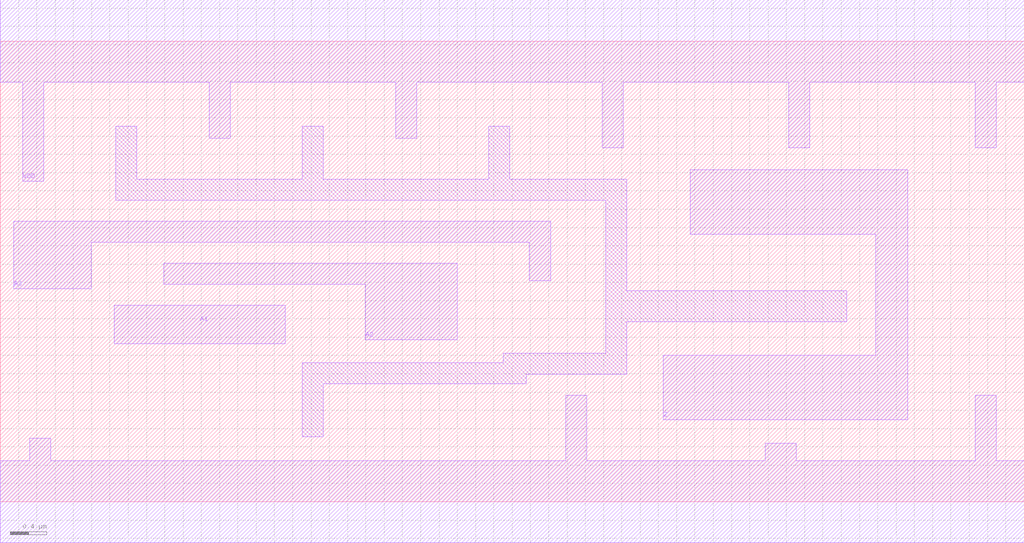
<source format=lef>
# Copyright 2022 GlobalFoundries PDK Authors
#
# Licensed under the Apache License, Version 2.0 (the "License");
# you may not use this file except in compliance with the License.
# You may obtain a copy of the License at
#
#      http://www.apache.org/licenses/LICENSE-2.0
#
# Unless required by applicable law or agreed to in writing, software
# distributed under the License is distributed on an "AS IS" BASIS,
# WITHOUT WARRANTIES OR CONDITIONS OF ANY KIND, either express or implied.
# See the License for the specific language governing permissions and
# limitations under the License.

MACRO gf180mcu_fd_sc_mcu9t5v0__and3_4
  CLASS core ;
  FOREIGN gf180mcu_fd_sc_mcu9t5v0__and3_4 0.0 0.0 ;
  ORIGIN 0 0 ;
  SYMMETRY X Y ;
  SITE GF018hv5v_green_sc9 ;
  SIZE 11.2 BY 5.04 ;
  PIN A1
    DIRECTION INPUT ;
    ANTENNAGATEAREA 3.044 ;
    PORT
      LAYER Metal1 ;
        POLYGON 1.245 1.73 3.115 1.73 3.115 2.15 1.245 2.15  ;
    END
  END A1
  PIN A2
    DIRECTION INPUT ;
    ANTENNAGATEAREA 3.044 ;
    PORT
      LAYER Metal1 ;
        POLYGON 1.79 2.38 3.995 2.38 3.995 1.77 5 1.77 5 2.61 1.79 2.61  ;
    END
  END A2
  PIN A3
    DIRECTION INPUT ;
    ANTENNAGATEAREA 3.044 ;
    PORT
      LAYER Metal1 ;
        POLYGON 0.15 2.33 0.995 2.33 0.995 2.84 5.785 2.84 5.785 2.415 6.02 2.415 6.02 3.07 0.15 3.07  ;
    END
  END A3
  PIN Z
    DIRECTION OUTPUT ;
    ANTENNADIFFAREA 3.276 ;
    PORT
      LAYER Metal1 ;
        POLYGON 7.55 2.925 9.26 2.925 9.58 2.925 9.58 1.6 7.25 1.6 7.25 0.895 9.93 0.895 9.93 3.63 9.26 3.63 7.55 3.63  ;
    END
  END Z
  PIN VDD
    DIRECTION INOUT ;
    USE power ;
    SHAPE ABUTMENT ;
    PORT
      LAYER Metal1 ;
        POLYGON 0 4.59 0.245 4.59 0.245 3.505 0.475 3.505 0.475 4.59 2.285 4.59 2.285 3.975 2.515 3.975 2.515 4.59 4.325 4.59 4.325 3.975 4.555 3.975 4.555 4.59 6.585 4.59 6.585 3.875 6.815 3.875 6.815 4.59 8.625 4.59 8.625 3.875 8.855 3.875 8.855 4.59 9.26 4.59 10.665 4.59 10.665 3.875 10.895 3.875 10.895 4.59 11.2 4.59 11.2 5.49 9.26 5.49 0 5.49  ;
    END
  END VDD
  PIN VSS
    DIRECTION INOUT ;
    USE ground ;
    SHAPE ABUTMENT ;
    PORT
      LAYER Metal1 ;
        POLYGON 0 -0.45 11.2 -0.45 11.2 0.45 10.895 0.45 10.895 1.165 10.665 1.165 10.665 0.45 8.71 0.45 8.71 0.64 8.37 0.64 8.37 0.45 6.415 0.45 6.415 1.165 6.185 1.165 6.185 0.45 0.555 0.45 0.555 0.695 0.325 0.695 0.325 0.45 0 0.45  ;
    END
  END VSS
  OBS
      LAYER Metal1 ;
        POLYGON 1.265 3.3 6.625 3.3 6.625 1.625 5.5 1.625 5.5 1.52 3.305 1.52 3.305 0.71 3.535 0.71 3.535 1.29 5.755 1.29 5.755 1.395 6.855 1.395 6.855 1.97 9.26 1.97 9.26 2.31 6.855 2.31 6.855 3.53 5.575 3.53 5.575 4.11 5.345 4.11 5.345 3.53 3.535 3.53 3.535 4.11 3.305 4.11 3.305 3.53 1.495 3.53 1.495 4.11 1.265 4.11  ;
  END
END gf180mcu_fd_sc_mcu9t5v0__and3_4

</source>
